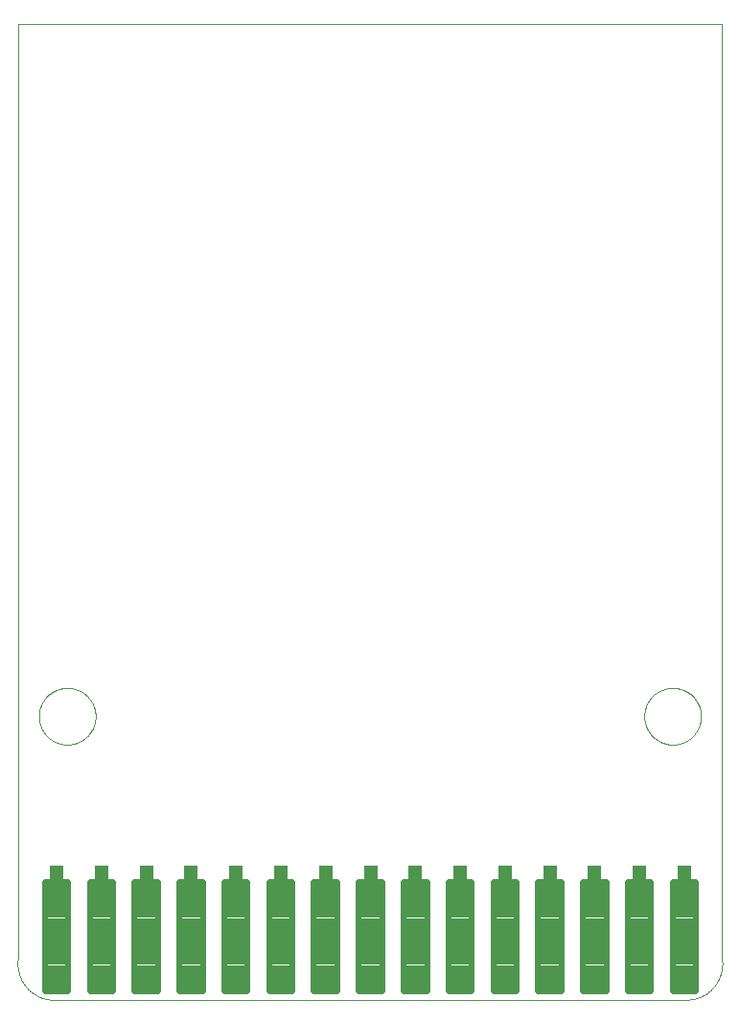
<source format=gtp>
G75*
%MOIN*%
%OFA0B0*%
%FSLAX25Y25*%
%IPPOS*%
%LPD*%
%AMOC8*
5,1,8,0,0,1.08239X$1,22.5*
%
%ADD10C,0.00000*%
%ADD11R,0.05000X0.05000*%
%ADD12C,0.02047*%
D10*
X0067595Y0047713D02*
X0067595Y0372634D01*
X0312516Y0372634D01*
X0312516Y0047713D01*
X0312517Y0047713D02*
X0312543Y0047410D01*
X0312563Y0047106D01*
X0312574Y0046802D01*
X0312579Y0046498D01*
X0312576Y0046194D01*
X0312566Y0045889D01*
X0312548Y0045586D01*
X0312524Y0045282D01*
X0312491Y0044980D01*
X0312452Y0044678D01*
X0312405Y0044377D01*
X0312351Y0044078D01*
X0312290Y0043780D01*
X0312221Y0043483D01*
X0312146Y0043189D01*
X0312063Y0042896D01*
X0311973Y0042605D01*
X0311877Y0042317D01*
X0311773Y0042030D01*
X0311663Y0041747D01*
X0311545Y0041466D01*
X0311421Y0041188D01*
X0311290Y0040914D01*
X0311153Y0040642D01*
X0311009Y0040374D01*
X0310859Y0040109D01*
X0310702Y0039849D01*
X0310539Y0039592D01*
X0310370Y0039339D01*
X0310195Y0039090D01*
X0310013Y0038845D01*
X0309826Y0038605D01*
X0309634Y0038370D01*
X0309435Y0038139D01*
X0309231Y0037913D01*
X0309022Y0037692D01*
X0308808Y0037477D01*
X0308588Y0037266D01*
X0308363Y0037061D01*
X0308133Y0036861D01*
X0307899Y0036667D01*
X0307660Y0036479D01*
X0307417Y0036296D01*
X0307169Y0036120D01*
X0306917Y0035949D01*
X0306661Y0035785D01*
X0306401Y0035627D01*
X0306137Y0035475D01*
X0305870Y0035330D01*
X0305599Y0035191D01*
X0305325Y0035058D01*
X0305048Y0034933D01*
X0304768Y0034814D01*
X0304485Y0034702D01*
X0304199Y0034596D01*
X0303911Y0034498D01*
X0303621Y0034407D01*
X0303329Y0034322D01*
X0303034Y0034245D01*
X0302738Y0034175D01*
X0302440Y0034112D01*
X0302141Y0034057D01*
X0301841Y0034008D01*
X0301539Y0033967D01*
X0301237Y0033933D01*
X0078875Y0033933D01*
X0078568Y0033968D01*
X0078262Y0034010D01*
X0077957Y0034059D01*
X0077653Y0034116D01*
X0077351Y0034180D01*
X0077050Y0034252D01*
X0076751Y0034331D01*
X0076455Y0034418D01*
X0076160Y0034512D01*
X0075868Y0034612D01*
X0075578Y0034720D01*
X0075292Y0034836D01*
X0075008Y0034958D01*
X0074727Y0035087D01*
X0074449Y0035223D01*
X0074175Y0035365D01*
X0073905Y0035515D01*
X0073638Y0035671D01*
X0073375Y0035833D01*
X0073116Y0036002D01*
X0072861Y0036177D01*
X0072611Y0036358D01*
X0072365Y0036546D01*
X0072124Y0036739D01*
X0071888Y0036939D01*
X0071657Y0037144D01*
X0071431Y0037354D01*
X0071210Y0037570D01*
X0070994Y0037792D01*
X0070784Y0038018D01*
X0070580Y0038250D01*
X0070381Y0038487D01*
X0070188Y0038729D01*
X0070002Y0038975D01*
X0069821Y0039225D01*
X0069646Y0039480D01*
X0069478Y0039740D01*
X0069316Y0040003D01*
X0069161Y0040270D01*
X0069012Y0040541D01*
X0068870Y0040816D01*
X0068735Y0041094D01*
X0068607Y0041375D01*
X0068485Y0041659D01*
X0068371Y0041946D01*
X0068264Y0042236D01*
X0068164Y0042528D01*
X0068071Y0042823D01*
X0067985Y0043120D01*
X0067907Y0043419D01*
X0067835Y0043720D01*
X0067772Y0044022D01*
X0067716Y0044326D01*
X0067667Y0044631D01*
X0067626Y0044937D01*
X0067592Y0045245D01*
X0067566Y0045553D01*
X0067547Y0045861D01*
X0067536Y0046170D01*
X0067533Y0046479D01*
X0067537Y0046788D01*
X0067549Y0047097D01*
X0067568Y0047405D01*
X0067595Y0047713D01*
X0074937Y0132358D02*
X0074940Y0132600D01*
X0074949Y0132841D01*
X0074964Y0133082D01*
X0074984Y0133323D01*
X0075011Y0133563D01*
X0075044Y0133802D01*
X0075082Y0134041D01*
X0075126Y0134278D01*
X0075176Y0134515D01*
X0075232Y0134750D01*
X0075294Y0134983D01*
X0075361Y0135215D01*
X0075434Y0135446D01*
X0075512Y0135674D01*
X0075597Y0135900D01*
X0075686Y0136125D01*
X0075781Y0136347D01*
X0075882Y0136566D01*
X0075988Y0136784D01*
X0076099Y0136998D01*
X0076216Y0137210D01*
X0076337Y0137418D01*
X0076464Y0137624D01*
X0076596Y0137826D01*
X0076733Y0138026D01*
X0076874Y0138221D01*
X0077020Y0138414D01*
X0077171Y0138602D01*
X0077327Y0138787D01*
X0077487Y0138968D01*
X0077651Y0139145D01*
X0077820Y0139318D01*
X0077993Y0139487D01*
X0078170Y0139651D01*
X0078351Y0139811D01*
X0078536Y0139967D01*
X0078724Y0140118D01*
X0078917Y0140264D01*
X0079112Y0140405D01*
X0079312Y0140542D01*
X0079514Y0140674D01*
X0079720Y0140801D01*
X0079928Y0140922D01*
X0080140Y0141039D01*
X0080354Y0141150D01*
X0080572Y0141256D01*
X0080791Y0141357D01*
X0081013Y0141452D01*
X0081238Y0141541D01*
X0081464Y0141626D01*
X0081692Y0141704D01*
X0081923Y0141777D01*
X0082155Y0141844D01*
X0082388Y0141906D01*
X0082623Y0141962D01*
X0082860Y0142012D01*
X0083097Y0142056D01*
X0083336Y0142094D01*
X0083575Y0142127D01*
X0083815Y0142154D01*
X0084056Y0142174D01*
X0084297Y0142189D01*
X0084538Y0142198D01*
X0084780Y0142201D01*
X0085022Y0142198D01*
X0085263Y0142189D01*
X0085504Y0142174D01*
X0085745Y0142154D01*
X0085985Y0142127D01*
X0086224Y0142094D01*
X0086463Y0142056D01*
X0086700Y0142012D01*
X0086937Y0141962D01*
X0087172Y0141906D01*
X0087405Y0141844D01*
X0087637Y0141777D01*
X0087868Y0141704D01*
X0088096Y0141626D01*
X0088322Y0141541D01*
X0088547Y0141452D01*
X0088769Y0141357D01*
X0088988Y0141256D01*
X0089206Y0141150D01*
X0089420Y0141039D01*
X0089632Y0140922D01*
X0089840Y0140801D01*
X0090046Y0140674D01*
X0090248Y0140542D01*
X0090448Y0140405D01*
X0090643Y0140264D01*
X0090836Y0140118D01*
X0091024Y0139967D01*
X0091209Y0139811D01*
X0091390Y0139651D01*
X0091567Y0139487D01*
X0091740Y0139318D01*
X0091909Y0139145D01*
X0092073Y0138968D01*
X0092233Y0138787D01*
X0092389Y0138602D01*
X0092540Y0138414D01*
X0092686Y0138221D01*
X0092827Y0138026D01*
X0092964Y0137826D01*
X0093096Y0137624D01*
X0093223Y0137418D01*
X0093344Y0137210D01*
X0093461Y0136998D01*
X0093572Y0136784D01*
X0093678Y0136566D01*
X0093779Y0136347D01*
X0093874Y0136125D01*
X0093963Y0135900D01*
X0094048Y0135674D01*
X0094126Y0135446D01*
X0094199Y0135215D01*
X0094266Y0134983D01*
X0094328Y0134750D01*
X0094384Y0134515D01*
X0094434Y0134278D01*
X0094478Y0134041D01*
X0094516Y0133802D01*
X0094549Y0133563D01*
X0094576Y0133323D01*
X0094596Y0133082D01*
X0094611Y0132841D01*
X0094620Y0132600D01*
X0094623Y0132358D01*
X0094620Y0132116D01*
X0094611Y0131875D01*
X0094596Y0131634D01*
X0094576Y0131393D01*
X0094549Y0131153D01*
X0094516Y0130914D01*
X0094478Y0130675D01*
X0094434Y0130438D01*
X0094384Y0130201D01*
X0094328Y0129966D01*
X0094266Y0129733D01*
X0094199Y0129501D01*
X0094126Y0129270D01*
X0094048Y0129042D01*
X0093963Y0128816D01*
X0093874Y0128591D01*
X0093779Y0128369D01*
X0093678Y0128150D01*
X0093572Y0127932D01*
X0093461Y0127718D01*
X0093344Y0127506D01*
X0093223Y0127298D01*
X0093096Y0127092D01*
X0092964Y0126890D01*
X0092827Y0126690D01*
X0092686Y0126495D01*
X0092540Y0126302D01*
X0092389Y0126114D01*
X0092233Y0125929D01*
X0092073Y0125748D01*
X0091909Y0125571D01*
X0091740Y0125398D01*
X0091567Y0125229D01*
X0091390Y0125065D01*
X0091209Y0124905D01*
X0091024Y0124749D01*
X0090836Y0124598D01*
X0090643Y0124452D01*
X0090448Y0124311D01*
X0090248Y0124174D01*
X0090046Y0124042D01*
X0089840Y0123915D01*
X0089632Y0123794D01*
X0089420Y0123677D01*
X0089206Y0123566D01*
X0088988Y0123460D01*
X0088769Y0123359D01*
X0088547Y0123264D01*
X0088322Y0123175D01*
X0088096Y0123090D01*
X0087868Y0123012D01*
X0087637Y0122939D01*
X0087405Y0122872D01*
X0087172Y0122810D01*
X0086937Y0122754D01*
X0086700Y0122704D01*
X0086463Y0122660D01*
X0086224Y0122622D01*
X0085985Y0122589D01*
X0085745Y0122562D01*
X0085504Y0122542D01*
X0085263Y0122527D01*
X0085022Y0122518D01*
X0084780Y0122515D01*
X0084538Y0122518D01*
X0084297Y0122527D01*
X0084056Y0122542D01*
X0083815Y0122562D01*
X0083575Y0122589D01*
X0083336Y0122622D01*
X0083097Y0122660D01*
X0082860Y0122704D01*
X0082623Y0122754D01*
X0082388Y0122810D01*
X0082155Y0122872D01*
X0081923Y0122939D01*
X0081692Y0123012D01*
X0081464Y0123090D01*
X0081238Y0123175D01*
X0081013Y0123264D01*
X0080791Y0123359D01*
X0080572Y0123460D01*
X0080354Y0123566D01*
X0080140Y0123677D01*
X0079928Y0123794D01*
X0079720Y0123915D01*
X0079514Y0124042D01*
X0079312Y0124174D01*
X0079112Y0124311D01*
X0078917Y0124452D01*
X0078724Y0124598D01*
X0078536Y0124749D01*
X0078351Y0124905D01*
X0078170Y0125065D01*
X0077993Y0125229D01*
X0077820Y0125398D01*
X0077651Y0125571D01*
X0077487Y0125748D01*
X0077327Y0125929D01*
X0077171Y0126114D01*
X0077020Y0126302D01*
X0076874Y0126495D01*
X0076733Y0126690D01*
X0076596Y0126890D01*
X0076464Y0127092D01*
X0076337Y0127298D01*
X0076216Y0127506D01*
X0076099Y0127718D01*
X0075988Y0127932D01*
X0075882Y0128150D01*
X0075781Y0128369D01*
X0075686Y0128591D01*
X0075597Y0128816D01*
X0075512Y0129042D01*
X0075434Y0129270D01*
X0075361Y0129501D01*
X0075294Y0129733D01*
X0075232Y0129966D01*
X0075176Y0130201D01*
X0075126Y0130438D01*
X0075082Y0130675D01*
X0075044Y0130914D01*
X0075011Y0131153D01*
X0074984Y0131393D01*
X0074964Y0131634D01*
X0074949Y0131875D01*
X0074940Y0132116D01*
X0074937Y0132358D01*
X0285488Y0132358D02*
X0285491Y0132600D01*
X0285500Y0132841D01*
X0285515Y0133082D01*
X0285535Y0133323D01*
X0285562Y0133563D01*
X0285595Y0133802D01*
X0285633Y0134041D01*
X0285677Y0134278D01*
X0285727Y0134515D01*
X0285783Y0134750D01*
X0285845Y0134983D01*
X0285912Y0135215D01*
X0285985Y0135446D01*
X0286063Y0135674D01*
X0286148Y0135900D01*
X0286237Y0136125D01*
X0286332Y0136347D01*
X0286433Y0136566D01*
X0286539Y0136784D01*
X0286650Y0136998D01*
X0286767Y0137210D01*
X0286888Y0137418D01*
X0287015Y0137624D01*
X0287147Y0137826D01*
X0287284Y0138026D01*
X0287425Y0138221D01*
X0287571Y0138414D01*
X0287722Y0138602D01*
X0287878Y0138787D01*
X0288038Y0138968D01*
X0288202Y0139145D01*
X0288371Y0139318D01*
X0288544Y0139487D01*
X0288721Y0139651D01*
X0288902Y0139811D01*
X0289087Y0139967D01*
X0289275Y0140118D01*
X0289468Y0140264D01*
X0289663Y0140405D01*
X0289863Y0140542D01*
X0290065Y0140674D01*
X0290271Y0140801D01*
X0290479Y0140922D01*
X0290691Y0141039D01*
X0290905Y0141150D01*
X0291123Y0141256D01*
X0291342Y0141357D01*
X0291564Y0141452D01*
X0291789Y0141541D01*
X0292015Y0141626D01*
X0292243Y0141704D01*
X0292474Y0141777D01*
X0292706Y0141844D01*
X0292939Y0141906D01*
X0293174Y0141962D01*
X0293411Y0142012D01*
X0293648Y0142056D01*
X0293887Y0142094D01*
X0294126Y0142127D01*
X0294366Y0142154D01*
X0294607Y0142174D01*
X0294848Y0142189D01*
X0295089Y0142198D01*
X0295331Y0142201D01*
X0295573Y0142198D01*
X0295814Y0142189D01*
X0296055Y0142174D01*
X0296296Y0142154D01*
X0296536Y0142127D01*
X0296775Y0142094D01*
X0297014Y0142056D01*
X0297251Y0142012D01*
X0297488Y0141962D01*
X0297723Y0141906D01*
X0297956Y0141844D01*
X0298188Y0141777D01*
X0298419Y0141704D01*
X0298647Y0141626D01*
X0298873Y0141541D01*
X0299098Y0141452D01*
X0299320Y0141357D01*
X0299539Y0141256D01*
X0299757Y0141150D01*
X0299971Y0141039D01*
X0300183Y0140922D01*
X0300391Y0140801D01*
X0300597Y0140674D01*
X0300799Y0140542D01*
X0300999Y0140405D01*
X0301194Y0140264D01*
X0301387Y0140118D01*
X0301575Y0139967D01*
X0301760Y0139811D01*
X0301941Y0139651D01*
X0302118Y0139487D01*
X0302291Y0139318D01*
X0302460Y0139145D01*
X0302624Y0138968D01*
X0302784Y0138787D01*
X0302940Y0138602D01*
X0303091Y0138414D01*
X0303237Y0138221D01*
X0303378Y0138026D01*
X0303515Y0137826D01*
X0303647Y0137624D01*
X0303774Y0137418D01*
X0303895Y0137210D01*
X0304012Y0136998D01*
X0304123Y0136784D01*
X0304229Y0136566D01*
X0304330Y0136347D01*
X0304425Y0136125D01*
X0304514Y0135900D01*
X0304599Y0135674D01*
X0304677Y0135446D01*
X0304750Y0135215D01*
X0304817Y0134983D01*
X0304879Y0134750D01*
X0304935Y0134515D01*
X0304985Y0134278D01*
X0305029Y0134041D01*
X0305067Y0133802D01*
X0305100Y0133563D01*
X0305127Y0133323D01*
X0305147Y0133082D01*
X0305162Y0132841D01*
X0305171Y0132600D01*
X0305174Y0132358D01*
X0305171Y0132116D01*
X0305162Y0131875D01*
X0305147Y0131634D01*
X0305127Y0131393D01*
X0305100Y0131153D01*
X0305067Y0130914D01*
X0305029Y0130675D01*
X0304985Y0130438D01*
X0304935Y0130201D01*
X0304879Y0129966D01*
X0304817Y0129733D01*
X0304750Y0129501D01*
X0304677Y0129270D01*
X0304599Y0129042D01*
X0304514Y0128816D01*
X0304425Y0128591D01*
X0304330Y0128369D01*
X0304229Y0128150D01*
X0304123Y0127932D01*
X0304012Y0127718D01*
X0303895Y0127506D01*
X0303774Y0127298D01*
X0303647Y0127092D01*
X0303515Y0126890D01*
X0303378Y0126690D01*
X0303237Y0126495D01*
X0303091Y0126302D01*
X0302940Y0126114D01*
X0302784Y0125929D01*
X0302624Y0125748D01*
X0302460Y0125571D01*
X0302291Y0125398D01*
X0302118Y0125229D01*
X0301941Y0125065D01*
X0301760Y0124905D01*
X0301575Y0124749D01*
X0301387Y0124598D01*
X0301194Y0124452D01*
X0300999Y0124311D01*
X0300799Y0124174D01*
X0300597Y0124042D01*
X0300391Y0123915D01*
X0300183Y0123794D01*
X0299971Y0123677D01*
X0299757Y0123566D01*
X0299539Y0123460D01*
X0299320Y0123359D01*
X0299098Y0123264D01*
X0298873Y0123175D01*
X0298647Y0123090D01*
X0298419Y0123012D01*
X0298188Y0122939D01*
X0297956Y0122872D01*
X0297723Y0122810D01*
X0297488Y0122754D01*
X0297251Y0122704D01*
X0297014Y0122660D01*
X0296775Y0122622D01*
X0296536Y0122589D01*
X0296296Y0122562D01*
X0296055Y0122542D01*
X0295814Y0122527D01*
X0295573Y0122518D01*
X0295331Y0122515D01*
X0295089Y0122518D01*
X0294848Y0122527D01*
X0294607Y0122542D01*
X0294366Y0122562D01*
X0294126Y0122589D01*
X0293887Y0122622D01*
X0293648Y0122660D01*
X0293411Y0122704D01*
X0293174Y0122754D01*
X0292939Y0122810D01*
X0292706Y0122872D01*
X0292474Y0122939D01*
X0292243Y0123012D01*
X0292015Y0123090D01*
X0291789Y0123175D01*
X0291564Y0123264D01*
X0291342Y0123359D01*
X0291123Y0123460D01*
X0290905Y0123566D01*
X0290691Y0123677D01*
X0290479Y0123794D01*
X0290271Y0123915D01*
X0290065Y0124042D01*
X0289863Y0124174D01*
X0289663Y0124311D01*
X0289468Y0124452D01*
X0289275Y0124598D01*
X0289087Y0124749D01*
X0288902Y0124905D01*
X0288721Y0125065D01*
X0288544Y0125229D01*
X0288371Y0125398D01*
X0288202Y0125571D01*
X0288038Y0125748D01*
X0287878Y0125929D01*
X0287722Y0126114D01*
X0287571Y0126302D01*
X0287425Y0126495D01*
X0287284Y0126690D01*
X0287147Y0126890D01*
X0287015Y0127092D01*
X0286888Y0127298D01*
X0286767Y0127506D01*
X0286650Y0127718D01*
X0286539Y0127932D01*
X0286433Y0128150D01*
X0286332Y0128369D01*
X0286237Y0128591D01*
X0286148Y0128816D01*
X0286063Y0129042D01*
X0285985Y0129270D01*
X0285912Y0129501D01*
X0285845Y0129733D01*
X0285783Y0129966D01*
X0285727Y0130201D01*
X0285677Y0130438D01*
X0285633Y0130675D01*
X0285595Y0130914D01*
X0285562Y0131153D01*
X0285535Y0131393D01*
X0285515Y0131634D01*
X0285500Y0131875D01*
X0285491Y0132116D01*
X0285488Y0132358D01*
D11*
X0283786Y0078211D03*
X0299376Y0078211D03*
X0268195Y0078211D03*
X0252605Y0078211D03*
X0237014Y0078211D03*
X0221424Y0078211D03*
X0205833Y0078211D03*
X0190243Y0078211D03*
X0174652Y0078211D03*
X0159061Y0078211D03*
X0143471Y0078211D03*
X0127880Y0078211D03*
X0112290Y0078211D03*
X0096699Y0078211D03*
X0081109Y0078211D03*
D12*
X0077014Y0074688D02*
X0077014Y0036734D01*
X0077014Y0074688D02*
X0085204Y0074688D01*
X0085204Y0036734D01*
X0077014Y0036734D01*
X0077014Y0038780D02*
X0085204Y0038780D01*
X0085204Y0040826D02*
X0077014Y0040826D01*
X0077014Y0042872D02*
X0085204Y0042872D01*
X0085204Y0044918D02*
X0077014Y0044918D01*
X0077014Y0046964D02*
X0085204Y0046964D01*
X0085204Y0049010D02*
X0077014Y0049010D01*
X0077014Y0051056D02*
X0085204Y0051056D01*
X0085204Y0053102D02*
X0077014Y0053102D01*
X0077014Y0055148D02*
X0085204Y0055148D01*
X0085204Y0057194D02*
X0077014Y0057194D01*
X0077014Y0059240D02*
X0085204Y0059240D01*
X0085204Y0061286D02*
X0077014Y0061286D01*
X0077014Y0063332D02*
X0085204Y0063332D01*
X0085204Y0065378D02*
X0077014Y0065378D01*
X0077014Y0067424D02*
X0085204Y0067424D01*
X0085204Y0069470D02*
X0077014Y0069470D01*
X0077014Y0071516D02*
X0085204Y0071516D01*
X0085204Y0073562D02*
X0077014Y0073562D01*
X0092604Y0074688D02*
X0092604Y0036734D01*
X0092604Y0074688D02*
X0100794Y0074688D01*
X0100794Y0036734D01*
X0092604Y0036734D01*
X0092604Y0038780D02*
X0100794Y0038780D01*
X0100794Y0040826D02*
X0092604Y0040826D01*
X0092604Y0042872D02*
X0100794Y0042872D01*
X0100794Y0044918D02*
X0092604Y0044918D01*
X0092604Y0046964D02*
X0100794Y0046964D01*
X0100794Y0049010D02*
X0092604Y0049010D01*
X0092604Y0051056D02*
X0100794Y0051056D01*
X0100794Y0053102D02*
X0092604Y0053102D01*
X0092604Y0055148D02*
X0100794Y0055148D01*
X0100794Y0057194D02*
X0092604Y0057194D01*
X0092604Y0059240D02*
X0100794Y0059240D01*
X0100794Y0061286D02*
X0092604Y0061286D01*
X0092604Y0063332D02*
X0100794Y0063332D01*
X0100794Y0065378D02*
X0092604Y0065378D01*
X0092604Y0067424D02*
X0100794Y0067424D01*
X0100794Y0069470D02*
X0092604Y0069470D01*
X0092604Y0071516D02*
X0100794Y0071516D01*
X0100794Y0073562D02*
X0092604Y0073562D01*
X0108195Y0074688D02*
X0108195Y0036734D01*
X0108195Y0074688D02*
X0116385Y0074688D01*
X0116385Y0036734D01*
X0108195Y0036734D01*
X0108195Y0038780D02*
X0116385Y0038780D01*
X0116385Y0040826D02*
X0108195Y0040826D01*
X0108195Y0042872D02*
X0116385Y0042872D01*
X0116385Y0044918D02*
X0108195Y0044918D01*
X0108195Y0046964D02*
X0116385Y0046964D01*
X0116385Y0049010D02*
X0108195Y0049010D01*
X0108195Y0051056D02*
X0116385Y0051056D01*
X0116385Y0053102D02*
X0108195Y0053102D01*
X0108195Y0055148D02*
X0116385Y0055148D01*
X0116385Y0057194D02*
X0108195Y0057194D01*
X0108195Y0059240D02*
X0116385Y0059240D01*
X0116385Y0061286D02*
X0108195Y0061286D01*
X0108195Y0063332D02*
X0116385Y0063332D01*
X0116385Y0065378D02*
X0108195Y0065378D01*
X0108195Y0067424D02*
X0116385Y0067424D01*
X0116385Y0069470D02*
X0108195Y0069470D01*
X0108195Y0071516D02*
X0116385Y0071516D01*
X0116385Y0073562D02*
X0108195Y0073562D01*
X0123785Y0074688D02*
X0123785Y0036734D01*
X0123785Y0074688D02*
X0131975Y0074688D01*
X0131975Y0036734D01*
X0123785Y0036734D01*
X0123785Y0038780D02*
X0131975Y0038780D01*
X0131975Y0040826D02*
X0123785Y0040826D01*
X0123785Y0042872D02*
X0131975Y0042872D01*
X0131975Y0044918D02*
X0123785Y0044918D01*
X0123785Y0046964D02*
X0131975Y0046964D01*
X0131975Y0049010D02*
X0123785Y0049010D01*
X0123785Y0051056D02*
X0131975Y0051056D01*
X0131975Y0053102D02*
X0123785Y0053102D01*
X0123785Y0055148D02*
X0131975Y0055148D01*
X0131975Y0057194D02*
X0123785Y0057194D01*
X0123785Y0059240D02*
X0131975Y0059240D01*
X0131975Y0061286D02*
X0123785Y0061286D01*
X0123785Y0063332D02*
X0131975Y0063332D01*
X0131975Y0065378D02*
X0123785Y0065378D01*
X0123785Y0067424D02*
X0131975Y0067424D01*
X0131975Y0069470D02*
X0123785Y0069470D01*
X0123785Y0071516D02*
X0131975Y0071516D01*
X0131975Y0073562D02*
X0123785Y0073562D01*
X0139376Y0074688D02*
X0139376Y0036734D01*
X0139376Y0074688D02*
X0147566Y0074688D01*
X0147566Y0036734D01*
X0139376Y0036734D01*
X0139376Y0038780D02*
X0147566Y0038780D01*
X0147566Y0040826D02*
X0139376Y0040826D01*
X0139376Y0042872D02*
X0147566Y0042872D01*
X0147566Y0044918D02*
X0139376Y0044918D01*
X0139376Y0046964D02*
X0147566Y0046964D01*
X0147566Y0049010D02*
X0139376Y0049010D01*
X0139376Y0051056D02*
X0147566Y0051056D01*
X0147566Y0053102D02*
X0139376Y0053102D01*
X0139376Y0055148D02*
X0147566Y0055148D01*
X0147566Y0057194D02*
X0139376Y0057194D01*
X0139376Y0059240D02*
X0147566Y0059240D01*
X0147566Y0061286D02*
X0139376Y0061286D01*
X0139376Y0063332D02*
X0147566Y0063332D01*
X0147566Y0065378D02*
X0139376Y0065378D01*
X0139376Y0067424D02*
X0147566Y0067424D01*
X0147566Y0069470D02*
X0139376Y0069470D01*
X0139376Y0071516D02*
X0147566Y0071516D01*
X0147566Y0073562D02*
X0139376Y0073562D01*
X0154966Y0074688D02*
X0154966Y0036734D01*
X0154966Y0074688D02*
X0163156Y0074688D01*
X0163156Y0036734D01*
X0154966Y0036734D01*
X0154966Y0038780D02*
X0163156Y0038780D01*
X0163156Y0040826D02*
X0154966Y0040826D01*
X0154966Y0042872D02*
X0163156Y0042872D01*
X0163156Y0044918D02*
X0154966Y0044918D01*
X0154966Y0046964D02*
X0163156Y0046964D01*
X0163156Y0049010D02*
X0154966Y0049010D01*
X0154966Y0051056D02*
X0163156Y0051056D01*
X0163156Y0053102D02*
X0154966Y0053102D01*
X0154966Y0055148D02*
X0163156Y0055148D01*
X0163156Y0057194D02*
X0154966Y0057194D01*
X0154966Y0059240D02*
X0163156Y0059240D01*
X0163156Y0061286D02*
X0154966Y0061286D01*
X0154966Y0063332D02*
X0163156Y0063332D01*
X0163156Y0065378D02*
X0154966Y0065378D01*
X0154966Y0067424D02*
X0163156Y0067424D01*
X0163156Y0069470D02*
X0154966Y0069470D01*
X0154966Y0071516D02*
X0163156Y0071516D01*
X0163156Y0073562D02*
X0154966Y0073562D01*
X0170557Y0074688D02*
X0170557Y0036734D01*
X0170557Y0074688D02*
X0178747Y0074688D01*
X0178747Y0036734D01*
X0170557Y0036734D01*
X0170557Y0038780D02*
X0178747Y0038780D01*
X0178747Y0040826D02*
X0170557Y0040826D01*
X0170557Y0042872D02*
X0178747Y0042872D01*
X0178747Y0044918D02*
X0170557Y0044918D01*
X0170557Y0046964D02*
X0178747Y0046964D01*
X0178747Y0049010D02*
X0170557Y0049010D01*
X0170557Y0051056D02*
X0178747Y0051056D01*
X0178747Y0053102D02*
X0170557Y0053102D01*
X0170557Y0055148D02*
X0178747Y0055148D01*
X0178747Y0057194D02*
X0170557Y0057194D01*
X0170557Y0059240D02*
X0178747Y0059240D01*
X0178747Y0061286D02*
X0170557Y0061286D01*
X0170557Y0063332D02*
X0178747Y0063332D01*
X0178747Y0065378D02*
X0170557Y0065378D01*
X0170557Y0067424D02*
X0178747Y0067424D01*
X0178747Y0069470D02*
X0170557Y0069470D01*
X0170557Y0071516D02*
X0178747Y0071516D01*
X0178747Y0073562D02*
X0170557Y0073562D01*
X0186148Y0074688D02*
X0186148Y0036734D01*
X0186148Y0074688D02*
X0194338Y0074688D01*
X0194338Y0036734D01*
X0186148Y0036734D01*
X0186148Y0038780D02*
X0194338Y0038780D01*
X0194338Y0040826D02*
X0186148Y0040826D01*
X0186148Y0042872D02*
X0194338Y0042872D01*
X0194338Y0044918D02*
X0186148Y0044918D01*
X0186148Y0046964D02*
X0194338Y0046964D01*
X0194338Y0049010D02*
X0186148Y0049010D01*
X0186148Y0051056D02*
X0194338Y0051056D01*
X0194338Y0053102D02*
X0186148Y0053102D01*
X0186148Y0055148D02*
X0194338Y0055148D01*
X0194338Y0057194D02*
X0186148Y0057194D01*
X0186148Y0059240D02*
X0194338Y0059240D01*
X0194338Y0061286D02*
X0186148Y0061286D01*
X0186148Y0063332D02*
X0194338Y0063332D01*
X0194338Y0065378D02*
X0186148Y0065378D01*
X0186148Y0067424D02*
X0194338Y0067424D01*
X0194338Y0069470D02*
X0186148Y0069470D01*
X0186148Y0071516D02*
X0194338Y0071516D01*
X0194338Y0073562D02*
X0186148Y0073562D01*
X0201738Y0074688D02*
X0201738Y0036734D01*
X0201738Y0074688D02*
X0209928Y0074688D01*
X0209928Y0036734D01*
X0201738Y0036734D01*
X0201738Y0038780D02*
X0209928Y0038780D01*
X0209928Y0040826D02*
X0201738Y0040826D01*
X0201738Y0042872D02*
X0209928Y0042872D01*
X0209928Y0044918D02*
X0201738Y0044918D01*
X0201738Y0046964D02*
X0209928Y0046964D01*
X0209928Y0049010D02*
X0201738Y0049010D01*
X0201738Y0051056D02*
X0209928Y0051056D01*
X0209928Y0053102D02*
X0201738Y0053102D01*
X0201738Y0055148D02*
X0209928Y0055148D01*
X0209928Y0057194D02*
X0201738Y0057194D01*
X0201738Y0059240D02*
X0209928Y0059240D01*
X0209928Y0061286D02*
X0201738Y0061286D01*
X0201738Y0063332D02*
X0209928Y0063332D01*
X0209928Y0065378D02*
X0201738Y0065378D01*
X0201738Y0067424D02*
X0209928Y0067424D01*
X0209928Y0069470D02*
X0201738Y0069470D01*
X0201738Y0071516D02*
X0209928Y0071516D01*
X0209928Y0073562D02*
X0201738Y0073562D01*
X0217329Y0074688D02*
X0217329Y0036734D01*
X0217329Y0074688D02*
X0225519Y0074688D01*
X0225519Y0036734D01*
X0217329Y0036734D01*
X0217329Y0038780D02*
X0225519Y0038780D01*
X0225519Y0040826D02*
X0217329Y0040826D01*
X0217329Y0042872D02*
X0225519Y0042872D01*
X0225519Y0044918D02*
X0217329Y0044918D01*
X0217329Y0046964D02*
X0225519Y0046964D01*
X0225519Y0049010D02*
X0217329Y0049010D01*
X0217329Y0051056D02*
X0225519Y0051056D01*
X0225519Y0053102D02*
X0217329Y0053102D01*
X0217329Y0055148D02*
X0225519Y0055148D01*
X0225519Y0057194D02*
X0217329Y0057194D01*
X0217329Y0059240D02*
X0225519Y0059240D01*
X0225519Y0061286D02*
X0217329Y0061286D01*
X0217329Y0063332D02*
X0225519Y0063332D01*
X0225519Y0065378D02*
X0217329Y0065378D01*
X0217329Y0067424D02*
X0225519Y0067424D01*
X0225519Y0069470D02*
X0217329Y0069470D01*
X0217329Y0071516D02*
X0225519Y0071516D01*
X0225519Y0073562D02*
X0217329Y0073562D01*
X0232919Y0074688D02*
X0232919Y0036734D01*
X0232919Y0074688D02*
X0241109Y0074688D01*
X0241109Y0036734D01*
X0232919Y0036734D01*
X0232919Y0038780D02*
X0241109Y0038780D01*
X0241109Y0040826D02*
X0232919Y0040826D01*
X0232919Y0042872D02*
X0241109Y0042872D01*
X0241109Y0044918D02*
X0232919Y0044918D01*
X0232919Y0046964D02*
X0241109Y0046964D01*
X0241109Y0049010D02*
X0232919Y0049010D01*
X0232919Y0051056D02*
X0241109Y0051056D01*
X0241109Y0053102D02*
X0232919Y0053102D01*
X0232919Y0055148D02*
X0241109Y0055148D01*
X0241109Y0057194D02*
X0232919Y0057194D01*
X0232919Y0059240D02*
X0241109Y0059240D01*
X0241109Y0061286D02*
X0232919Y0061286D01*
X0232919Y0063332D02*
X0241109Y0063332D01*
X0241109Y0065378D02*
X0232919Y0065378D01*
X0232919Y0067424D02*
X0241109Y0067424D01*
X0241109Y0069470D02*
X0232919Y0069470D01*
X0232919Y0071516D02*
X0241109Y0071516D01*
X0241109Y0073562D02*
X0232919Y0073562D01*
X0248510Y0074688D02*
X0248510Y0036734D01*
X0248510Y0074688D02*
X0256700Y0074688D01*
X0256700Y0036734D01*
X0248510Y0036734D01*
X0248510Y0038780D02*
X0256700Y0038780D01*
X0256700Y0040826D02*
X0248510Y0040826D01*
X0248510Y0042872D02*
X0256700Y0042872D01*
X0256700Y0044918D02*
X0248510Y0044918D01*
X0248510Y0046964D02*
X0256700Y0046964D01*
X0256700Y0049010D02*
X0248510Y0049010D01*
X0248510Y0051056D02*
X0256700Y0051056D01*
X0256700Y0053102D02*
X0248510Y0053102D01*
X0248510Y0055148D02*
X0256700Y0055148D01*
X0256700Y0057194D02*
X0248510Y0057194D01*
X0248510Y0059240D02*
X0256700Y0059240D01*
X0256700Y0061286D02*
X0248510Y0061286D01*
X0248510Y0063332D02*
X0256700Y0063332D01*
X0256700Y0065378D02*
X0248510Y0065378D01*
X0248510Y0067424D02*
X0256700Y0067424D01*
X0256700Y0069470D02*
X0248510Y0069470D01*
X0248510Y0071516D02*
X0256700Y0071516D01*
X0256700Y0073562D02*
X0248510Y0073562D01*
X0264100Y0074688D02*
X0264100Y0036734D01*
X0264100Y0074688D02*
X0272290Y0074688D01*
X0272290Y0036734D01*
X0264100Y0036734D01*
X0264100Y0038780D02*
X0272290Y0038780D01*
X0272290Y0040826D02*
X0264100Y0040826D01*
X0264100Y0042872D02*
X0272290Y0042872D01*
X0272290Y0044918D02*
X0264100Y0044918D01*
X0264100Y0046964D02*
X0272290Y0046964D01*
X0272290Y0049010D02*
X0264100Y0049010D01*
X0264100Y0051056D02*
X0272290Y0051056D01*
X0272290Y0053102D02*
X0264100Y0053102D01*
X0264100Y0055148D02*
X0272290Y0055148D01*
X0272290Y0057194D02*
X0264100Y0057194D01*
X0264100Y0059240D02*
X0272290Y0059240D01*
X0272290Y0061286D02*
X0264100Y0061286D01*
X0264100Y0063332D02*
X0272290Y0063332D01*
X0272290Y0065378D02*
X0264100Y0065378D01*
X0264100Y0067424D02*
X0272290Y0067424D01*
X0272290Y0069470D02*
X0264100Y0069470D01*
X0264100Y0071516D02*
X0272290Y0071516D01*
X0272290Y0073562D02*
X0264100Y0073562D01*
X0279691Y0074688D02*
X0279691Y0036734D01*
X0279691Y0074688D02*
X0287881Y0074688D01*
X0287881Y0036734D01*
X0279691Y0036734D01*
X0279691Y0038780D02*
X0287881Y0038780D01*
X0287881Y0040826D02*
X0279691Y0040826D01*
X0279691Y0042872D02*
X0287881Y0042872D01*
X0287881Y0044918D02*
X0279691Y0044918D01*
X0279691Y0046964D02*
X0287881Y0046964D01*
X0287881Y0049010D02*
X0279691Y0049010D01*
X0279691Y0051056D02*
X0287881Y0051056D01*
X0287881Y0053102D02*
X0279691Y0053102D01*
X0279691Y0055148D02*
X0287881Y0055148D01*
X0287881Y0057194D02*
X0279691Y0057194D01*
X0279691Y0059240D02*
X0287881Y0059240D01*
X0287881Y0061286D02*
X0279691Y0061286D01*
X0279691Y0063332D02*
X0287881Y0063332D01*
X0287881Y0065378D02*
X0279691Y0065378D01*
X0279691Y0067424D02*
X0287881Y0067424D01*
X0287881Y0069470D02*
X0279691Y0069470D01*
X0279691Y0071516D02*
X0287881Y0071516D01*
X0287881Y0073562D02*
X0279691Y0073562D01*
X0295281Y0074688D02*
X0295281Y0036734D01*
X0295281Y0074688D02*
X0303471Y0074688D01*
X0303471Y0036734D01*
X0295281Y0036734D01*
X0295281Y0038780D02*
X0303471Y0038780D01*
X0303471Y0040826D02*
X0295281Y0040826D01*
X0295281Y0042872D02*
X0303471Y0042872D01*
X0303471Y0044918D02*
X0295281Y0044918D01*
X0295281Y0046964D02*
X0303471Y0046964D01*
X0303471Y0049010D02*
X0295281Y0049010D01*
X0295281Y0051056D02*
X0303471Y0051056D01*
X0303471Y0053102D02*
X0295281Y0053102D01*
X0295281Y0055148D02*
X0303471Y0055148D01*
X0303471Y0057194D02*
X0295281Y0057194D01*
X0295281Y0059240D02*
X0303471Y0059240D01*
X0303471Y0061286D02*
X0295281Y0061286D01*
X0295281Y0063332D02*
X0303471Y0063332D01*
X0303471Y0065378D02*
X0295281Y0065378D01*
X0295281Y0067424D02*
X0303471Y0067424D01*
X0303471Y0069470D02*
X0295281Y0069470D01*
X0295281Y0071516D02*
X0303471Y0071516D01*
X0303471Y0073562D02*
X0295281Y0073562D01*
M02*

</source>
